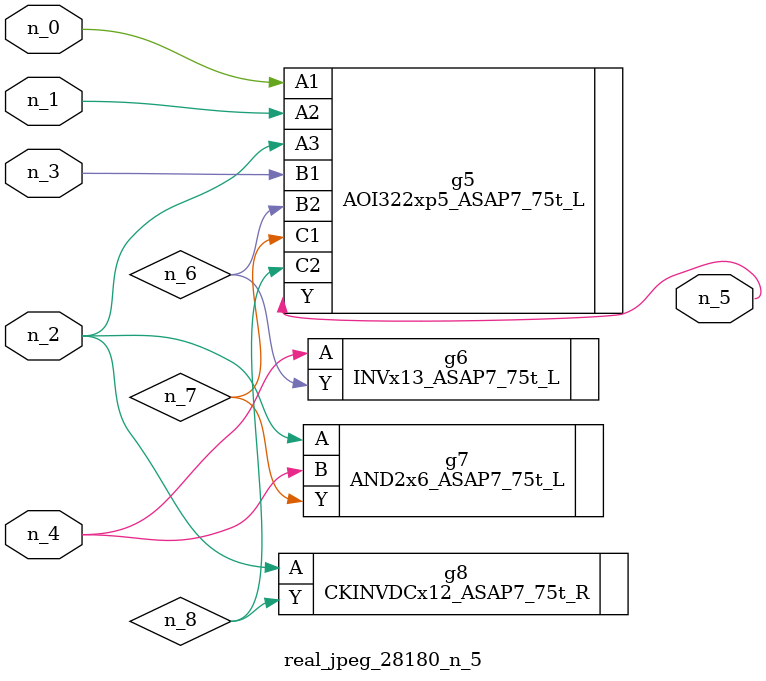
<source format=v>
module real_jpeg_28180_n_5 (n_4, n_0, n_1, n_2, n_3, n_5);

input n_4;
input n_0;
input n_1;
input n_2;
input n_3;

output n_5;

wire n_8;
wire n_6;
wire n_7;

AOI322xp5_ASAP7_75t_L g5 ( 
.A1(n_0),
.A2(n_1),
.A3(n_2),
.B1(n_3),
.B2(n_6),
.C1(n_7),
.C2(n_8),
.Y(n_5)
);

AND2x6_ASAP7_75t_L g7 ( 
.A(n_2),
.B(n_4),
.Y(n_7)
);

CKINVDCx12_ASAP7_75t_R g8 ( 
.A(n_2),
.Y(n_8)
);

INVx13_ASAP7_75t_L g6 ( 
.A(n_4),
.Y(n_6)
);


endmodule
</source>
